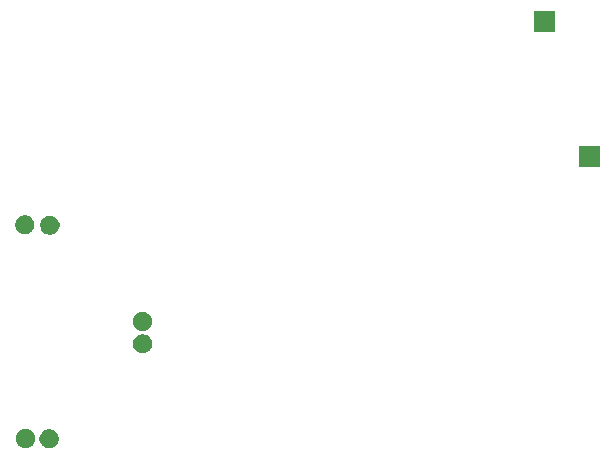
<source format=gbr>
G04 #@! TF.GenerationSoftware,KiCad,Pcbnew,(5.1.5-0-10_14)*
G04 #@! TF.CreationDate,2020-05-22T11:47:55+02:00*
G04 #@! TF.ProjectId,version2,76657273-696f-46e3-922e-6b696361645f,rev?*
G04 #@! TF.SameCoordinates,Original*
G04 #@! TF.FileFunction,Soldermask,Top*
G04 #@! TF.FilePolarity,Negative*
%FSLAX46Y46*%
G04 Gerber Fmt 4.6, Leading zero omitted, Abs format (unit mm)*
G04 Created by KiCad (PCBNEW (5.1.5-0-10_14)) date 2020-05-22 11:47:55*
%MOMM*%
%LPD*%
G04 APERTURE LIST*
%ADD10C,0.100000*%
G04 APERTURE END LIST*
D10*
G36*
X82756662Y-84079642D02*
G01*
X82904621Y-84140929D01*
X83037775Y-84229899D01*
X83151021Y-84343145D01*
X83239991Y-84476299D01*
X83301278Y-84624258D01*
X83332520Y-84781325D01*
X83332520Y-84941475D01*
X83301278Y-85098542D01*
X83239991Y-85246501D01*
X83151021Y-85379655D01*
X83037775Y-85492901D01*
X82904621Y-85581871D01*
X82756662Y-85643158D01*
X82599595Y-85674400D01*
X82439445Y-85674400D01*
X82282378Y-85643158D01*
X82134419Y-85581871D01*
X82001265Y-85492901D01*
X81888019Y-85379655D01*
X81799049Y-85246501D01*
X81737762Y-85098542D01*
X81706520Y-84941475D01*
X81706520Y-84781325D01*
X81737762Y-84624258D01*
X81799049Y-84476299D01*
X81888019Y-84343145D01*
X82001265Y-84229899D01*
X82134419Y-84140929D01*
X82282378Y-84079642D01*
X82439445Y-84048400D01*
X82599595Y-84048400D01*
X82756662Y-84079642D01*
G37*
G36*
X80760222Y-84044082D02*
G01*
X80908181Y-84105369D01*
X81041335Y-84194339D01*
X81154581Y-84307585D01*
X81243551Y-84440739D01*
X81304838Y-84588698D01*
X81336080Y-84745765D01*
X81336080Y-84905915D01*
X81304838Y-85062982D01*
X81243551Y-85210941D01*
X81154581Y-85344095D01*
X81041335Y-85457341D01*
X80908181Y-85546311D01*
X80760222Y-85607598D01*
X80603155Y-85638840D01*
X80443005Y-85638840D01*
X80285938Y-85607598D01*
X80137979Y-85546311D01*
X80004825Y-85457341D01*
X79891579Y-85344095D01*
X79802609Y-85210941D01*
X79741322Y-85062982D01*
X79710080Y-84905915D01*
X79710080Y-84745765D01*
X79741322Y-84588698D01*
X79802609Y-84440739D01*
X79891579Y-84307585D01*
X80004825Y-84194339D01*
X80137979Y-84105369D01*
X80285938Y-84044082D01*
X80443005Y-84012840D01*
X80603155Y-84012840D01*
X80760222Y-84044082D01*
G37*
G36*
X90681462Y-76032922D02*
G01*
X90829421Y-76094209D01*
X90962575Y-76183179D01*
X91075821Y-76296425D01*
X91164791Y-76429579D01*
X91226078Y-76577538D01*
X91257320Y-76734605D01*
X91257320Y-76894755D01*
X91226078Y-77051822D01*
X91164791Y-77199781D01*
X91075821Y-77332935D01*
X90962575Y-77446181D01*
X90829421Y-77535151D01*
X90681462Y-77596438D01*
X90524395Y-77627680D01*
X90364245Y-77627680D01*
X90207178Y-77596438D01*
X90059219Y-77535151D01*
X89926065Y-77446181D01*
X89812819Y-77332935D01*
X89723849Y-77199781D01*
X89662562Y-77051822D01*
X89631320Y-76894755D01*
X89631320Y-76734605D01*
X89662562Y-76577538D01*
X89723849Y-76429579D01*
X89812819Y-76296425D01*
X89926065Y-76183179D01*
X90059219Y-76094209D01*
X90207178Y-76032922D01*
X90364245Y-76001680D01*
X90524395Y-76001680D01*
X90681462Y-76032922D01*
G37*
G36*
X90650982Y-74133002D02*
G01*
X90798941Y-74194289D01*
X90932095Y-74283259D01*
X91045341Y-74396505D01*
X91134311Y-74529659D01*
X91195598Y-74677618D01*
X91226840Y-74834685D01*
X91226840Y-74994835D01*
X91195598Y-75151902D01*
X91134311Y-75299861D01*
X91045341Y-75433015D01*
X90932095Y-75546261D01*
X90798941Y-75635231D01*
X90650982Y-75696518D01*
X90493915Y-75727760D01*
X90333765Y-75727760D01*
X90176698Y-75696518D01*
X90028739Y-75635231D01*
X89895585Y-75546261D01*
X89782339Y-75433015D01*
X89693369Y-75299861D01*
X89632082Y-75151902D01*
X89600840Y-74994835D01*
X89600840Y-74834685D01*
X89632082Y-74677618D01*
X89693369Y-74529659D01*
X89782339Y-74396505D01*
X89895585Y-74283259D01*
X90028739Y-74194289D01*
X90176698Y-74133002D01*
X90333765Y-74101760D01*
X90493915Y-74101760D01*
X90650982Y-74133002D01*
G37*
G36*
X82827782Y-65994842D02*
G01*
X82975741Y-66056129D01*
X83108895Y-66145099D01*
X83222141Y-66258345D01*
X83311111Y-66391499D01*
X83372398Y-66539458D01*
X83403640Y-66696525D01*
X83403640Y-66856675D01*
X83372398Y-67013742D01*
X83311111Y-67161701D01*
X83222141Y-67294855D01*
X83108895Y-67408101D01*
X82975741Y-67497071D01*
X82827782Y-67558358D01*
X82670715Y-67589600D01*
X82510565Y-67589600D01*
X82353498Y-67558358D01*
X82205539Y-67497071D01*
X82072385Y-67408101D01*
X81959139Y-67294855D01*
X81870169Y-67161701D01*
X81808882Y-67013742D01*
X81777640Y-66856675D01*
X81777640Y-66696525D01*
X81808882Y-66539458D01*
X81870169Y-66391499D01*
X81959139Y-66258345D01*
X82072385Y-66145099D01*
X82205539Y-66056129D01*
X82353498Y-65994842D01*
X82510565Y-65963600D01*
X82670715Y-65963600D01*
X82827782Y-65994842D01*
G37*
G36*
X80704342Y-65964362D02*
G01*
X80852301Y-66025649D01*
X80985455Y-66114619D01*
X81098701Y-66227865D01*
X81187671Y-66361019D01*
X81248958Y-66508978D01*
X81280200Y-66666045D01*
X81280200Y-66826195D01*
X81248958Y-66983262D01*
X81187671Y-67131221D01*
X81098701Y-67264375D01*
X80985455Y-67377621D01*
X80852301Y-67466591D01*
X80704342Y-67527878D01*
X80547275Y-67559120D01*
X80387125Y-67559120D01*
X80230058Y-67527878D01*
X80082099Y-67466591D01*
X79948945Y-67377621D01*
X79835699Y-67264375D01*
X79746729Y-67131221D01*
X79685442Y-66983262D01*
X79654200Y-66826195D01*
X79654200Y-66666045D01*
X79685442Y-66508978D01*
X79746729Y-66361019D01*
X79835699Y-66227865D01*
X79948945Y-66114619D01*
X80082099Y-66025649D01*
X80230058Y-65964362D01*
X80387125Y-65933120D01*
X80547275Y-65933120D01*
X80704342Y-65964362D01*
G37*
G36*
X129171000Y-61861000D02*
G01*
X127369000Y-61861000D01*
X127369000Y-60059000D01*
X129171000Y-60059000D01*
X129171000Y-61861000D01*
G37*
G36*
X125361000Y-50431000D02*
G01*
X123559000Y-50431000D01*
X123559000Y-48629000D01*
X125361000Y-48629000D01*
X125361000Y-50431000D01*
G37*
M02*

</source>
